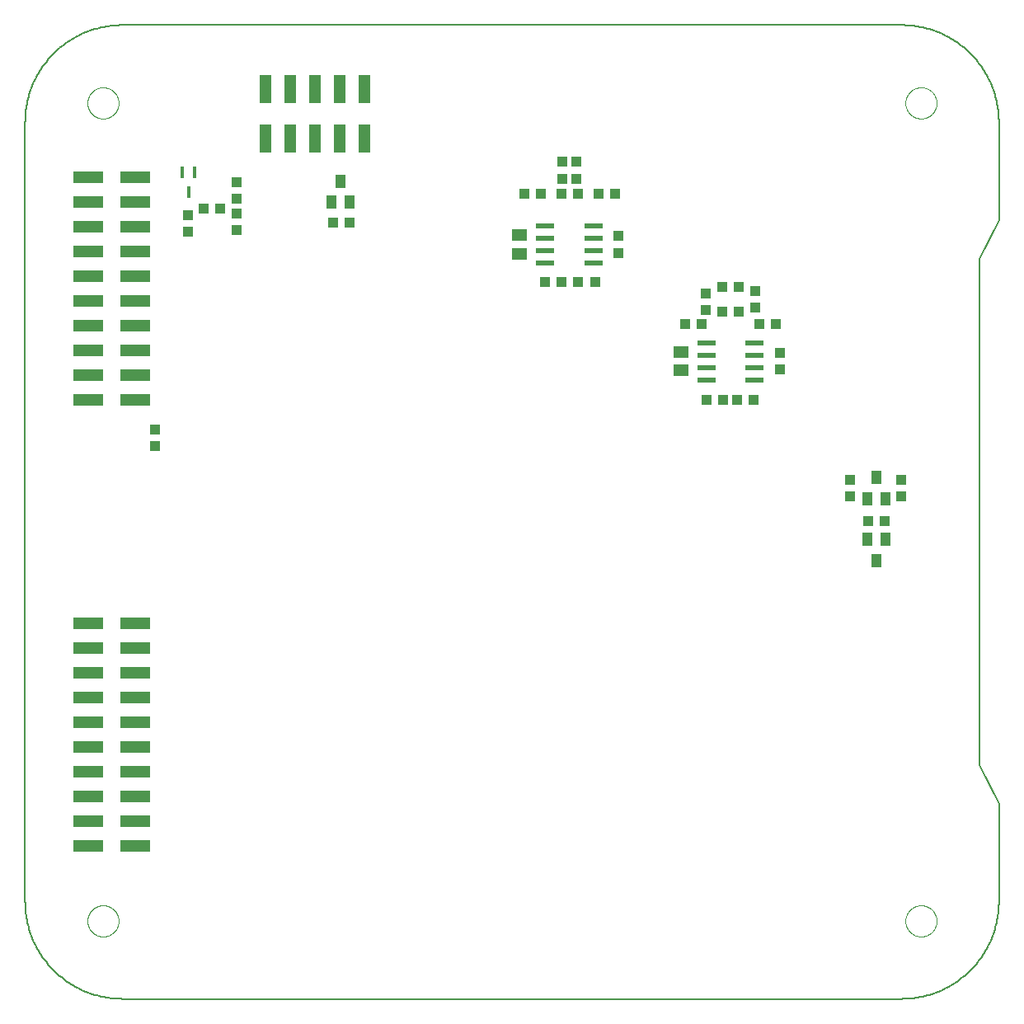
<source format=gbp>
G75*
%MOIN*%
%OFA0B0*%
%FSLAX25Y25*%
%IPPOS*%
%LPD*%
%AMOC8*
5,1,8,0,0,1.08239X$1,22.5*
%
%ADD10C,0.00600*%
%ADD11C,0.00000*%
%ADD12R,0.12000X0.05000*%
%ADD13R,0.05000X0.11500*%
%ADD14R,0.07800X0.02200*%
%ADD15R,0.04331X0.03937*%
%ADD16R,0.03937X0.04331*%
%ADD17R,0.05906X0.05118*%
%ADD18R,0.03937X0.05512*%
%ADD19R,0.01600X0.04600*%
D10*
X0073544Y0042166D02*
X0388505Y0042166D01*
X0389456Y0042177D01*
X0390407Y0042212D01*
X0391357Y0042269D01*
X0392305Y0042350D01*
X0393251Y0042453D01*
X0394194Y0042579D01*
X0395133Y0042728D01*
X0396069Y0042899D01*
X0397000Y0043094D01*
X0397927Y0043310D01*
X0398848Y0043549D01*
X0399763Y0043810D01*
X0400671Y0044093D01*
X0401572Y0044398D01*
X0402466Y0044724D01*
X0403351Y0045073D01*
X0404228Y0045442D01*
X0405096Y0045832D01*
X0405953Y0046244D01*
X0406801Y0046676D01*
X0407638Y0047128D01*
X0408464Y0047600D01*
X0409278Y0048092D01*
X0410080Y0048604D01*
X0410870Y0049135D01*
X0411646Y0049685D01*
X0412409Y0050253D01*
X0413158Y0050840D01*
X0413892Y0051445D01*
X0414612Y0052067D01*
X0415317Y0052707D01*
X0416005Y0053363D01*
X0416678Y0054036D01*
X0417334Y0054724D01*
X0417974Y0055429D01*
X0418596Y0056149D01*
X0419201Y0056883D01*
X0419788Y0057632D01*
X0420356Y0058395D01*
X0420906Y0059171D01*
X0421437Y0059961D01*
X0421949Y0060763D01*
X0422441Y0061577D01*
X0422913Y0062403D01*
X0423365Y0063240D01*
X0423797Y0064088D01*
X0424209Y0064945D01*
X0424599Y0065813D01*
X0424968Y0066690D01*
X0425317Y0067575D01*
X0425643Y0068469D01*
X0425948Y0069370D01*
X0426231Y0070278D01*
X0426492Y0071193D01*
X0426731Y0072114D01*
X0426947Y0073041D01*
X0427142Y0073972D01*
X0427313Y0074908D01*
X0427462Y0075847D01*
X0427588Y0076790D01*
X0427691Y0077736D01*
X0427772Y0078684D01*
X0427829Y0079634D01*
X0427864Y0080585D01*
X0427875Y0081536D01*
X0427875Y0120906D01*
X0420001Y0136654D01*
X0420001Y0341379D01*
X0427875Y0357127D01*
X0427875Y0396497D01*
X0427864Y0397448D01*
X0427829Y0398399D01*
X0427772Y0399349D01*
X0427691Y0400297D01*
X0427588Y0401243D01*
X0427462Y0402186D01*
X0427313Y0403125D01*
X0427142Y0404061D01*
X0426947Y0404992D01*
X0426731Y0405919D01*
X0426492Y0406840D01*
X0426231Y0407755D01*
X0425948Y0408663D01*
X0425643Y0409564D01*
X0425317Y0410458D01*
X0424968Y0411343D01*
X0424599Y0412220D01*
X0424209Y0413088D01*
X0423797Y0413945D01*
X0423365Y0414793D01*
X0422913Y0415630D01*
X0422441Y0416456D01*
X0421949Y0417270D01*
X0421437Y0418072D01*
X0420906Y0418862D01*
X0420356Y0419638D01*
X0419788Y0420401D01*
X0419201Y0421150D01*
X0418596Y0421884D01*
X0417974Y0422604D01*
X0417334Y0423309D01*
X0416678Y0423997D01*
X0416005Y0424670D01*
X0415317Y0425326D01*
X0414612Y0425966D01*
X0413892Y0426588D01*
X0413158Y0427193D01*
X0412409Y0427780D01*
X0411646Y0428348D01*
X0410870Y0428898D01*
X0410080Y0429429D01*
X0409278Y0429941D01*
X0408464Y0430433D01*
X0407638Y0430905D01*
X0406801Y0431357D01*
X0405953Y0431789D01*
X0405096Y0432201D01*
X0404228Y0432591D01*
X0403351Y0432960D01*
X0402466Y0433309D01*
X0401572Y0433635D01*
X0400671Y0433940D01*
X0399763Y0434223D01*
X0398848Y0434484D01*
X0397927Y0434723D01*
X0397000Y0434939D01*
X0396069Y0435134D01*
X0395133Y0435305D01*
X0394194Y0435454D01*
X0393251Y0435580D01*
X0392305Y0435683D01*
X0391357Y0435764D01*
X0390407Y0435821D01*
X0389456Y0435856D01*
X0388505Y0435867D01*
X0073544Y0435867D01*
X0072593Y0435856D01*
X0071642Y0435821D01*
X0070692Y0435764D01*
X0069744Y0435683D01*
X0068798Y0435580D01*
X0067855Y0435454D01*
X0066916Y0435305D01*
X0065980Y0435134D01*
X0065049Y0434939D01*
X0064122Y0434723D01*
X0063201Y0434484D01*
X0062286Y0434223D01*
X0061378Y0433940D01*
X0060477Y0433635D01*
X0059583Y0433309D01*
X0058698Y0432960D01*
X0057821Y0432591D01*
X0056953Y0432201D01*
X0056096Y0431789D01*
X0055248Y0431357D01*
X0054411Y0430905D01*
X0053585Y0430433D01*
X0052771Y0429941D01*
X0051969Y0429429D01*
X0051179Y0428898D01*
X0050403Y0428348D01*
X0049640Y0427780D01*
X0048891Y0427193D01*
X0048157Y0426588D01*
X0047437Y0425966D01*
X0046732Y0425326D01*
X0046044Y0424670D01*
X0045371Y0423997D01*
X0044715Y0423309D01*
X0044075Y0422604D01*
X0043453Y0421884D01*
X0042848Y0421150D01*
X0042261Y0420401D01*
X0041693Y0419638D01*
X0041143Y0418862D01*
X0040612Y0418072D01*
X0040100Y0417270D01*
X0039608Y0416456D01*
X0039136Y0415630D01*
X0038684Y0414793D01*
X0038252Y0413945D01*
X0037840Y0413088D01*
X0037450Y0412220D01*
X0037081Y0411343D01*
X0036732Y0410458D01*
X0036406Y0409564D01*
X0036101Y0408663D01*
X0035818Y0407755D01*
X0035557Y0406840D01*
X0035318Y0405919D01*
X0035102Y0404992D01*
X0034907Y0404061D01*
X0034736Y0403125D01*
X0034587Y0402186D01*
X0034461Y0401243D01*
X0034358Y0400297D01*
X0034277Y0399349D01*
X0034220Y0398399D01*
X0034185Y0397448D01*
X0034174Y0396497D01*
X0034174Y0081536D01*
X0034185Y0080585D01*
X0034220Y0079634D01*
X0034277Y0078684D01*
X0034358Y0077736D01*
X0034461Y0076790D01*
X0034587Y0075847D01*
X0034736Y0074908D01*
X0034907Y0073972D01*
X0035102Y0073041D01*
X0035318Y0072114D01*
X0035557Y0071193D01*
X0035818Y0070278D01*
X0036101Y0069370D01*
X0036406Y0068469D01*
X0036732Y0067575D01*
X0037081Y0066690D01*
X0037450Y0065813D01*
X0037840Y0064945D01*
X0038252Y0064088D01*
X0038684Y0063240D01*
X0039136Y0062403D01*
X0039608Y0061577D01*
X0040100Y0060763D01*
X0040612Y0059961D01*
X0041143Y0059171D01*
X0041693Y0058395D01*
X0042261Y0057632D01*
X0042848Y0056883D01*
X0043453Y0056149D01*
X0044075Y0055429D01*
X0044715Y0054724D01*
X0045371Y0054036D01*
X0046044Y0053363D01*
X0046732Y0052707D01*
X0047437Y0052067D01*
X0048157Y0051445D01*
X0048891Y0050840D01*
X0049640Y0050253D01*
X0050403Y0049685D01*
X0051179Y0049135D01*
X0051969Y0048604D01*
X0052771Y0048092D01*
X0053585Y0047600D01*
X0054411Y0047128D01*
X0055248Y0046676D01*
X0056096Y0046244D01*
X0056953Y0045832D01*
X0057821Y0045442D01*
X0058698Y0045073D01*
X0059583Y0044724D01*
X0060477Y0044398D01*
X0061378Y0044093D01*
X0062286Y0043810D01*
X0063201Y0043549D01*
X0064122Y0043310D01*
X0065049Y0043094D01*
X0065980Y0042899D01*
X0066916Y0042728D01*
X0067855Y0042579D01*
X0068798Y0042453D01*
X0069744Y0042350D01*
X0070692Y0042269D01*
X0071642Y0042212D01*
X0072593Y0042177D01*
X0073544Y0042166D01*
D11*
X0059371Y0073662D02*
X0059373Y0073820D01*
X0059379Y0073978D01*
X0059389Y0074136D01*
X0059403Y0074294D01*
X0059421Y0074451D01*
X0059442Y0074608D01*
X0059468Y0074764D01*
X0059498Y0074920D01*
X0059531Y0075075D01*
X0059569Y0075228D01*
X0059610Y0075381D01*
X0059655Y0075533D01*
X0059704Y0075684D01*
X0059757Y0075833D01*
X0059813Y0075981D01*
X0059873Y0076127D01*
X0059937Y0076272D01*
X0060005Y0076415D01*
X0060076Y0076557D01*
X0060150Y0076697D01*
X0060228Y0076834D01*
X0060310Y0076970D01*
X0060394Y0077104D01*
X0060483Y0077235D01*
X0060574Y0077364D01*
X0060669Y0077491D01*
X0060766Y0077616D01*
X0060867Y0077738D01*
X0060971Y0077857D01*
X0061078Y0077974D01*
X0061188Y0078088D01*
X0061301Y0078199D01*
X0061416Y0078308D01*
X0061534Y0078413D01*
X0061655Y0078515D01*
X0061778Y0078615D01*
X0061904Y0078711D01*
X0062032Y0078804D01*
X0062162Y0078894D01*
X0062295Y0078980D01*
X0062430Y0079064D01*
X0062566Y0079143D01*
X0062705Y0079220D01*
X0062846Y0079292D01*
X0062988Y0079362D01*
X0063132Y0079427D01*
X0063278Y0079489D01*
X0063425Y0079547D01*
X0063574Y0079602D01*
X0063724Y0079653D01*
X0063875Y0079700D01*
X0064027Y0079743D01*
X0064180Y0079782D01*
X0064335Y0079818D01*
X0064490Y0079849D01*
X0064646Y0079877D01*
X0064802Y0079901D01*
X0064959Y0079921D01*
X0065117Y0079937D01*
X0065274Y0079949D01*
X0065433Y0079957D01*
X0065591Y0079961D01*
X0065749Y0079961D01*
X0065907Y0079957D01*
X0066066Y0079949D01*
X0066223Y0079937D01*
X0066381Y0079921D01*
X0066538Y0079901D01*
X0066694Y0079877D01*
X0066850Y0079849D01*
X0067005Y0079818D01*
X0067160Y0079782D01*
X0067313Y0079743D01*
X0067465Y0079700D01*
X0067616Y0079653D01*
X0067766Y0079602D01*
X0067915Y0079547D01*
X0068062Y0079489D01*
X0068208Y0079427D01*
X0068352Y0079362D01*
X0068494Y0079292D01*
X0068635Y0079220D01*
X0068774Y0079143D01*
X0068910Y0079064D01*
X0069045Y0078980D01*
X0069178Y0078894D01*
X0069308Y0078804D01*
X0069436Y0078711D01*
X0069562Y0078615D01*
X0069685Y0078515D01*
X0069806Y0078413D01*
X0069924Y0078308D01*
X0070039Y0078199D01*
X0070152Y0078088D01*
X0070262Y0077974D01*
X0070369Y0077857D01*
X0070473Y0077738D01*
X0070574Y0077616D01*
X0070671Y0077491D01*
X0070766Y0077364D01*
X0070857Y0077235D01*
X0070946Y0077104D01*
X0071030Y0076970D01*
X0071112Y0076834D01*
X0071190Y0076697D01*
X0071264Y0076557D01*
X0071335Y0076415D01*
X0071403Y0076272D01*
X0071467Y0076127D01*
X0071527Y0075981D01*
X0071583Y0075833D01*
X0071636Y0075684D01*
X0071685Y0075533D01*
X0071730Y0075381D01*
X0071771Y0075228D01*
X0071809Y0075075D01*
X0071842Y0074920D01*
X0071872Y0074764D01*
X0071898Y0074608D01*
X0071919Y0074451D01*
X0071937Y0074294D01*
X0071951Y0074136D01*
X0071961Y0073978D01*
X0071967Y0073820D01*
X0071969Y0073662D01*
X0071967Y0073504D01*
X0071961Y0073346D01*
X0071951Y0073188D01*
X0071937Y0073030D01*
X0071919Y0072873D01*
X0071898Y0072716D01*
X0071872Y0072560D01*
X0071842Y0072404D01*
X0071809Y0072249D01*
X0071771Y0072096D01*
X0071730Y0071943D01*
X0071685Y0071791D01*
X0071636Y0071640D01*
X0071583Y0071491D01*
X0071527Y0071343D01*
X0071467Y0071197D01*
X0071403Y0071052D01*
X0071335Y0070909D01*
X0071264Y0070767D01*
X0071190Y0070627D01*
X0071112Y0070490D01*
X0071030Y0070354D01*
X0070946Y0070220D01*
X0070857Y0070089D01*
X0070766Y0069960D01*
X0070671Y0069833D01*
X0070574Y0069708D01*
X0070473Y0069586D01*
X0070369Y0069467D01*
X0070262Y0069350D01*
X0070152Y0069236D01*
X0070039Y0069125D01*
X0069924Y0069016D01*
X0069806Y0068911D01*
X0069685Y0068809D01*
X0069562Y0068709D01*
X0069436Y0068613D01*
X0069308Y0068520D01*
X0069178Y0068430D01*
X0069045Y0068344D01*
X0068910Y0068260D01*
X0068774Y0068181D01*
X0068635Y0068104D01*
X0068494Y0068032D01*
X0068352Y0067962D01*
X0068208Y0067897D01*
X0068062Y0067835D01*
X0067915Y0067777D01*
X0067766Y0067722D01*
X0067616Y0067671D01*
X0067465Y0067624D01*
X0067313Y0067581D01*
X0067160Y0067542D01*
X0067005Y0067506D01*
X0066850Y0067475D01*
X0066694Y0067447D01*
X0066538Y0067423D01*
X0066381Y0067403D01*
X0066223Y0067387D01*
X0066066Y0067375D01*
X0065907Y0067367D01*
X0065749Y0067363D01*
X0065591Y0067363D01*
X0065433Y0067367D01*
X0065274Y0067375D01*
X0065117Y0067387D01*
X0064959Y0067403D01*
X0064802Y0067423D01*
X0064646Y0067447D01*
X0064490Y0067475D01*
X0064335Y0067506D01*
X0064180Y0067542D01*
X0064027Y0067581D01*
X0063875Y0067624D01*
X0063724Y0067671D01*
X0063574Y0067722D01*
X0063425Y0067777D01*
X0063278Y0067835D01*
X0063132Y0067897D01*
X0062988Y0067962D01*
X0062846Y0068032D01*
X0062705Y0068104D01*
X0062566Y0068181D01*
X0062430Y0068260D01*
X0062295Y0068344D01*
X0062162Y0068430D01*
X0062032Y0068520D01*
X0061904Y0068613D01*
X0061778Y0068709D01*
X0061655Y0068809D01*
X0061534Y0068911D01*
X0061416Y0069016D01*
X0061301Y0069125D01*
X0061188Y0069236D01*
X0061078Y0069350D01*
X0060971Y0069467D01*
X0060867Y0069586D01*
X0060766Y0069708D01*
X0060669Y0069833D01*
X0060574Y0069960D01*
X0060483Y0070089D01*
X0060394Y0070220D01*
X0060310Y0070354D01*
X0060228Y0070490D01*
X0060150Y0070627D01*
X0060076Y0070767D01*
X0060005Y0070909D01*
X0059937Y0071052D01*
X0059873Y0071197D01*
X0059813Y0071343D01*
X0059757Y0071491D01*
X0059704Y0071640D01*
X0059655Y0071791D01*
X0059610Y0071943D01*
X0059569Y0072096D01*
X0059531Y0072249D01*
X0059498Y0072404D01*
X0059468Y0072560D01*
X0059442Y0072716D01*
X0059421Y0072873D01*
X0059403Y0073030D01*
X0059389Y0073188D01*
X0059379Y0073346D01*
X0059373Y0073504D01*
X0059371Y0073662D01*
X0059371Y0404371D02*
X0059373Y0404529D01*
X0059379Y0404687D01*
X0059389Y0404845D01*
X0059403Y0405003D01*
X0059421Y0405160D01*
X0059442Y0405317D01*
X0059468Y0405473D01*
X0059498Y0405629D01*
X0059531Y0405784D01*
X0059569Y0405937D01*
X0059610Y0406090D01*
X0059655Y0406242D01*
X0059704Y0406393D01*
X0059757Y0406542D01*
X0059813Y0406690D01*
X0059873Y0406836D01*
X0059937Y0406981D01*
X0060005Y0407124D01*
X0060076Y0407266D01*
X0060150Y0407406D01*
X0060228Y0407543D01*
X0060310Y0407679D01*
X0060394Y0407813D01*
X0060483Y0407944D01*
X0060574Y0408073D01*
X0060669Y0408200D01*
X0060766Y0408325D01*
X0060867Y0408447D01*
X0060971Y0408566D01*
X0061078Y0408683D01*
X0061188Y0408797D01*
X0061301Y0408908D01*
X0061416Y0409017D01*
X0061534Y0409122D01*
X0061655Y0409224D01*
X0061778Y0409324D01*
X0061904Y0409420D01*
X0062032Y0409513D01*
X0062162Y0409603D01*
X0062295Y0409689D01*
X0062430Y0409773D01*
X0062566Y0409852D01*
X0062705Y0409929D01*
X0062846Y0410001D01*
X0062988Y0410071D01*
X0063132Y0410136D01*
X0063278Y0410198D01*
X0063425Y0410256D01*
X0063574Y0410311D01*
X0063724Y0410362D01*
X0063875Y0410409D01*
X0064027Y0410452D01*
X0064180Y0410491D01*
X0064335Y0410527D01*
X0064490Y0410558D01*
X0064646Y0410586D01*
X0064802Y0410610D01*
X0064959Y0410630D01*
X0065117Y0410646D01*
X0065274Y0410658D01*
X0065433Y0410666D01*
X0065591Y0410670D01*
X0065749Y0410670D01*
X0065907Y0410666D01*
X0066066Y0410658D01*
X0066223Y0410646D01*
X0066381Y0410630D01*
X0066538Y0410610D01*
X0066694Y0410586D01*
X0066850Y0410558D01*
X0067005Y0410527D01*
X0067160Y0410491D01*
X0067313Y0410452D01*
X0067465Y0410409D01*
X0067616Y0410362D01*
X0067766Y0410311D01*
X0067915Y0410256D01*
X0068062Y0410198D01*
X0068208Y0410136D01*
X0068352Y0410071D01*
X0068494Y0410001D01*
X0068635Y0409929D01*
X0068774Y0409852D01*
X0068910Y0409773D01*
X0069045Y0409689D01*
X0069178Y0409603D01*
X0069308Y0409513D01*
X0069436Y0409420D01*
X0069562Y0409324D01*
X0069685Y0409224D01*
X0069806Y0409122D01*
X0069924Y0409017D01*
X0070039Y0408908D01*
X0070152Y0408797D01*
X0070262Y0408683D01*
X0070369Y0408566D01*
X0070473Y0408447D01*
X0070574Y0408325D01*
X0070671Y0408200D01*
X0070766Y0408073D01*
X0070857Y0407944D01*
X0070946Y0407813D01*
X0071030Y0407679D01*
X0071112Y0407543D01*
X0071190Y0407406D01*
X0071264Y0407266D01*
X0071335Y0407124D01*
X0071403Y0406981D01*
X0071467Y0406836D01*
X0071527Y0406690D01*
X0071583Y0406542D01*
X0071636Y0406393D01*
X0071685Y0406242D01*
X0071730Y0406090D01*
X0071771Y0405937D01*
X0071809Y0405784D01*
X0071842Y0405629D01*
X0071872Y0405473D01*
X0071898Y0405317D01*
X0071919Y0405160D01*
X0071937Y0405003D01*
X0071951Y0404845D01*
X0071961Y0404687D01*
X0071967Y0404529D01*
X0071969Y0404371D01*
X0071967Y0404213D01*
X0071961Y0404055D01*
X0071951Y0403897D01*
X0071937Y0403739D01*
X0071919Y0403582D01*
X0071898Y0403425D01*
X0071872Y0403269D01*
X0071842Y0403113D01*
X0071809Y0402958D01*
X0071771Y0402805D01*
X0071730Y0402652D01*
X0071685Y0402500D01*
X0071636Y0402349D01*
X0071583Y0402200D01*
X0071527Y0402052D01*
X0071467Y0401906D01*
X0071403Y0401761D01*
X0071335Y0401618D01*
X0071264Y0401476D01*
X0071190Y0401336D01*
X0071112Y0401199D01*
X0071030Y0401063D01*
X0070946Y0400929D01*
X0070857Y0400798D01*
X0070766Y0400669D01*
X0070671Y0400542D01*
X0070574Y0400417D01*
X0070473Y0400295D01*
X0070369Y0400176D01*
X0070262Y0400059D01*
X0070152Y0399945D01*
X0070039Y0399834D01*
X0069924Y0399725D01*
X0069806Y0399620D01*
X0069685Y0399518D01*
X0069562Y0399418D01*
X0069436Y0399322D01*
X0069308Y0399229D01*
X0069178Y0399139D01*
X0069045Y0399053D01*
X0068910Y0398969D01*
X0068774Y0398890D01*
X0068635Y0398813D01*
X0068494Y0398741D01*
X0068352Y0398671D01*
X0068208Y0398606D01*
X0068062Y0398544D01*
X0067915Y0398486D01*
X0067766Y0398431D01*
X0067616Y0398380D01*
X0067465Y0398333D01*
X0067313Y0398290D01*
X0067160Y0398251D01*
X0067005Y0398215D01*
X0066850Y0398184D01*
X0066694Y0398156D01*
X0066538Y0398132D01*
X0066381Y0398112D01*
X0066223Y0398096D01*
X0066066Y0398084D01*
X0065907Y0398076D01*
X0065749Y0398072D01*
X0065591Y0398072D01*
X0065433Y0398076D01*
X0065274Y0398084D01*
X0065117Y0398096D01*
X0064959Y0398112D01*
X0064802Y0398132D01*
X0064646Y0398156D01*
X0064490Y0398184D01*
X0064335Y0398215D01*
X0064180Y0398251D01*
X0064027Y0398290D01*
X0063875Y0398333D01*
X0063724Y0398380D01*
X0063574Y0398431D01*
X0063425Y0398486D01*
X0063278Y0398544D01*
X0063132Y0398606D01*
X0062988Y0398671D01*
X0062846Y0398741D01*
X0062705Y0398813D01*
X0062566Y0398890D01*
X0062430Y0398969D01*
X0062295Y0399053D01*
X0062162Y0399139D01*
X0062032Y0399229D01*
X0061904Y0399322D01*
X0061778Y0399418D01*
X0061655Y0399518D01*
X0061534Y0399620D01*
X0061416Y0399725D01*
X0061301Y0399834D01*
X0061188Y0399945D01*
X0061078Y0400059D01*
X0060971Y0400176D01*
X0060867Y0400295D01*
X0060766Y0400417D01*
X0060669Y0400542D01*
X0060574Y0400669D01*
X0060483Y0400798D01*
X0060394Y0400929D01*
X0060310Y0401063D01*
X0060228Y0401199D01*
X0060150Y0401336D01*
X0060076Y0401476D01*
X0060005Y0401618D01*
X0059937Y0401761D01*
X0059873Y0401906D01*
X0059813Y0402052D01*
X0059757Y0402200D01*
X0059704Y0402349D01*
X0059655Y0402500D01*
X0059610Y0402652D01*
X0059569Y0402805D01*
X0059531Y0402958D01*
X0059498Y0403113D01*
X0059468Y0403269D01*
X0059442Y0403425D01*
X0059421Y0403582D01*
X0059403Y0403739D01*
X0059389Y0403897D01*
X0059379Y0404055D01*
X0059373Y0404213D01*
X0059371Y0404371D01*
X0390080Y0404371D02*
X0390082Y0404529D01*
X0390088Y0404687D01*
X0390098Y0404845D01*
X0390112Y0405003D01*
X0390130Y0405160D01*
X0390151Y0405317D01*
X0390177Y0405473D01*
X0390207Y0405629D01*
X0390240Y0405784D01*
X0390278Y0405937D01*
X0390319Y0406090D01*
X0390364Y0406242D01*
X0390413Y0406393D01*
X0390466Y0406542D01*
X0390522Y0406690D01*
X0390582Y0406836D01*
X0390646Y0406981D01*
X0390714Y0407124D01*
X0390785Y0407266D01*
X0390859Y0407406D01*
X0390937Y0407543D01*
X0391019Y0407679D01*
X0391103Y0407813D01*
X0391192Y0407944D01*
X0391283Y0408073D01*
X0391378Y0408200D01*
X0391475Y0408325D01*
X0391576Y0408447D01*
X0391680Y0408566D01*
X0391787Y0408683D01*
X0391897Y0408797D01*
X0392010Y0408908D01*
X0392125Y0409017D01*
X0392243Y0409122D01*
X0392364Y0409224D01*
X0392487Y0409324D01*
X0392613Y0409420D01*
X0392741Y0409513D01*
X0392871Y0409603D01*
X0393004Y0409689D01*
X0393139Y0409773D01*
X0393275Y0409852D01*
X0393414Y0409929D01*
X0393555Y0410001D01*
X0393697Y0410071D01*
X0393841Y0410136D01*
X0393987Y0410198D01*
X0394134Y0410256D01*
X0394283Y0410311D01*
X0394433Y0410362D01*
X0394584Y0410409D01*
X0394736Y0410452D01*
X0394889Y0410491D01*
X0395044Y0410527D01*
X0395199Y0410558D01*
X0395355Y0410586D01*
X0395511Y0410610D01*
X0395668Y0410630D01*
X0395826Y0410646D01*
X0395983Y0410658D01*
X0396142Y0410666D01*
X0396300Y0410670D01*
X0396458Y0410670D01*
X0396616Y0410666D01*
X0396775Y0410658D01*
X0396932Y0410646D01*
X0397090Y0410630D01*
X0397247Y0410610D01*
X0397403Y0410586D01*
X0397559Y0410558D01*
X0397714Y0410527D01*
X0397869Y0410491D01*
X0398022Y0410452D01*
X0398174Y0410409D01*
X0398325Y0410362D01*
X0398475Y0410311D01*
X0398624Y0410256D01*
X0398771Y0410198D01*
X0398917Y0410136D01*
X0399061Y0410071D01*
X0399203Y0410001D01*
X0399344Y0409929D01*
X0399483Y0409852D01*
X0399619Y0409773D01*
X0399754Y0409689D01*
X0399887Y0409603D01*
X0400017Y0409513D01*
X0400145Y0409420D01*
X0400271Y0409324D01*
X0400394Y0409224D01*
X0400515Y0409122D01*
X0400633Y0409017D01*
X0400748Y0408908D01*
X0400861Y0408797D01*
X0400971Y0408683D01*
X0401078Y0408566D01*
X0401182Y0408447D01*
X0401283Y0408325D01*
X0401380Y0408200D01*
X0401475Y0408073D01*
X0401566Y0407944D01*
X0401655Y0407813D01*
X0401739Y0407679D01*
X0401821Y0407543D01*
X0401899Y0407406D01*
X0401973Y0407266D01*
X0402044Y0407124D01*
X0402112Y0406981D01*
X0402176Y0406836D01*
X0402236Y0406690D01*
X0402292Y0406542D01*
X0402345Y0406393D01*
X0402394Y0406242D01*
X0402439Y0406090D01*
X0402480Y0405937D01*
X0402518Y0405784D01*
X0402551Y0405629D01*
X0402581Y0405473D01*
X0402607Y0405317D01*
X0402628Y0405160D01*
X0402646Y0405003D01*
X0402660Y0404845D01*
X0402670Y0404687D01*
X0402676Y0404529D01*
X0402678Y0404371D01*
X0402676Y0404213D01*
X0402670Y0404055D01*
X0402660Y0403897D01*
X0402646Y0403739D01*
X0402628Y0403582D01*
X0402607Y0403425D01*
X0402581Y0403269D01*
X0402551Y0403113D01*
X0402518Y0402958D01*
X0402480Y0402805D01*
X0402439Y0402652D01*
X0402394Y0402500D01*
X0402345Y0402349D01*
X0402292Y0402200D01*
X0402236Y0402052D01*
X0402176Y0401906D01*
X0402112Y0401761D01*
X0402044Y0401618D01*
X0401973Y0401476D01*
X0401899Y0401336D01*
X0401821Y0401199D01*
X0401739Y0401063D01*
X0401655Y0400929D01*
X0401566Y0400798D01*
X0401475Y0400669D01*
X0401380Y0400542D01*
X0401283Y0400417D01*
X0401182Y0400295D01*
X0401078Y0400176D01*
X0400971Y0400059D01*
X0400861Y0399945D01*
X0400748Y0399834D01*
X0400633Y0399725D01*
X0400515Y0399620D01*
X0400394Y0399518D01*
X0400271Y0399418D01*
X0400145Y0399322D01*
X0400017Y0399229D01*
X0399887Y0399139D01*
X0399754Y0399053D01*
X0399619Y0398969D01*
X0399483Y0398890D01*
X0399344Y0398813D01*
X0399203Y0398741D01*
X0399061Y0398671D01*
X0398917Y0398606D01*
X0398771Y0398544D01*
X0398624Y0398486D01*
X0398475Y0398431D01*
X0398325Y0398380D01*
X0398174Y0398333D01*
X0398022Y0398290D01*
X0397869Y0398251D01*
X0397714Y0398215D01*
X0397559Y0398184D01*
X0397403Y0398156D01*
X0397247Y0398132D01*
X0397090Y0398112D01*
X0396932Y0398096D01*
X0396775Y0398084D01*
X0396616Y0398076D01*
X0396458Y0398072D01*
X0396300Y0398072D01*
X0396142Y0398076D01*
X0395983Y0398084D01*
X0395826Y0398096D01*
X0395668Y0398112D01*
X0395511Y0398132D01*
X0395355Y0398156D01*
X0395199Y0398184D01*
X0395044Y0398215D01*
X0394889Y0398251D01*
X0394736Y0398290D01*
X0394584Y0398333D01*
X0394433Y0398380D01*
X0394283Y0398431D01*
X0394134Y0398486D01*
X0393987Y0398544D01*
X0393841Y0398606D01*
X0393697Y0398671D01*
X0393555Y0398741D01*
X0393414Y0398813D01*
X0393275Y0398890D01*
X0393139Y0398969D01*
X0393004Y0399053D01*
X0392871Y0399139D01*
X0392741Y0399229D01*
X0392613Y0399322D01*
X0392487Y0399418D01*
X0392364Y0399518D01*
X0392243Y0399620D01*
X0392125Y0399725D01*
X0392010Y0399834D01*
X0391897Y0399945D01*
X0391787Y0400059D01*
X0391680Y0400176D01*
X0391576Y0400295D01*
X0391475Y0400417D01*
X0391378Y0400542D01*
X0391283Y0400669D01*
X0391192Y0400798D01*
X0391103Y0400929D01*
X0391019Y0401063D01*
X0390937Y0401199D01*
X0390859Y0401336D01*
X0390785Y0401476D01*
X0390714Y0401618D01*
X0390646Y0401761D01*
X0390582Y0401906D01*
X0390522Y0402052D01*
X0390466Y0402200D01*
X0390413Y0402349D01*
X0390364Y0402500D01*
X0390319Y0402652D01*
X0390278Y0402805D01*
X0390240Y0402958D01*
X0390207Y0403113D01*
X0390177Y0403269D01*
X0390151Y0403425D01*
X0390130Y0403582D01*
X0390112Y0403739D01*
X0390098Y0403897D01*
X0390088Y0404055D01*
X0390082Y0404213D01*
X0390080Y0404371D01*
X0390080Y0073662D02*
X0390082Y0073820D01*
X0390088Y0073978D01*
X0390098Y0074136D01*
X0390112Y0074294D01*
X0390130Y0074451D01*
X0390151Y0074608D01*
X0390177Y0074764D01*
X0390207Y0074920D01*
X0390240Y0075075D01*
X0390278Y0075228D01*
X0390319Y0075381D01*
X0390364Y0075533D01*
X0390413Y0075684D01*
X0390466Y0075833D01*
X0390522Y0075981D01*
X0390582Y0076127D01*
X0390646Y0076272D01*
X0390714Y0076415D01*
X0390785Y0076557D01*
X0390859Y0076697D01*
X0390937Y0076834D01*
X0391019Y0076970D01*
X0391103Y0077104D01*
X0391192Y0077235D01*
X0391283Y0077364D01*
X0391378Y0077491D01*
X0391475Y0077616D01*
X0391576Y0077738D01*
X0391680Y0077857D01*
X0391787Y0077974D01*
X0391897Y0078088D01*
X0392010Y0078199D01*
X0392125Y0078308D01*
X0392243Y0078413D01*
X0392364Y0078515D01*
X0392487Y0078615D01*
X0392613Y0078711D01*
X0392741Y0078804D01*
X0392871Y0078894D01*
X0393004Y0078980D01*
X0393139Y0079064D01*
X0393275Y0079143D01*
X0393414Y0079220D01*
X0393555Y0079292D01*
X0393697Y0079362D01*
X0393841Y0079427D01*
X0393987Y0079489D01*
X0394134Y0079547D01*
X0394283Y0079602D01*
X0394433Y0079653D01*
X0394584Y0079700D01*
X0394736Y0079743D01*
X0394889Y0079782D01*
X0395044Y0079818D01*
X0395199Y0079849D01*
X0395355Y0079877D01*
X0395511Y0079901D01*
X0395668Y0079921D01*
X0395826Y0079937D01*
X0395983Y0079949D01*
X0396142Y0079957D01*
X0396300Y0079961D01*
X0396458Y0079961D01*
X0396616Y0079957D01*
X0396775Y0079949D01*
X0396932Y0079937D01*
X0397090Y0079921D01*
X0397247Y0079901D01*
X0397403Y0079877D01*
X0397559Y0079849D01*
X0397714Y0079818D01*
X0397869Y0079782D01*
X0398022Y0079743D01*
X0398174Y0079700D01*
X0398325Y0079653D01*
X0398475Y0079602D01*
X0398624Y0079547D01*
X0398771Y0079489D01*
X0398917Y0079427D01*
X0399061Y0079362D01*
X0399203Y0079292D01*
X0399344Y0079220D01*
X0399483Y0079143D01*
X0399619Y0079064D01*
X0399754Y0078980D01*
X0399887Y0078894D01*
X0400017Y0078804D01*
X0400145Y0078711D01*
X0400271Y0078615D01*
X0400394Y0078515D01*
X0400515Y0078413D01*
X0400633Y0078308D01*
X0400748Y0078199D01*
X0400861Y0078088D01*
X0400971Y0077974D01*
X0401078Y0077857D01*
X0401182Y0077738D01*
X0401283Y0077616D01*
X0401380Y0077491D01*
X0401475Y0077364D01*
X0401566Y0077235D01*
X0401655Y0077104D01*
X0401739Y0076970D01*
X0401821Y0076834D01*
X0401899Y0076697D01*
X0401973Y0076557D01*
X0402044Y0076415D01*
X0402112Y0076272D01*
X0402176Y0076127D01*
X0402236Y0075981D01*
X0402292Y0075833D01*
X0402345Y0075684D01*
X0402394Y0075533D01*
X0402439Y0075381D01*
X0402480Y0075228D01*
X0402518Y0075075D01*
X0402551Y0074920D01*
X0402581Y0074764D01*
X0402607Y0074608D01*
X0402628Y0074451D01*
X0402646Y0074294D01*
X0402660Y0074136D01*
X0402670Y0073978D01*
X0402676Y0073820D01*
X0402678Y0073662D01*
X0402676Y0073504D01*
X0402670Y0073346D01*
X0402660Y0073188D01*
X0402646Y0073030D01*
X0402628Y0072873D01*
X0402607Y0072716D01*
X0402581Y0072560D01*
X0402551Y0072404D01*
X0402518Y0072249D01*
X0402480Y0072096D01*
X0402439Y0071943D01*
X0402394Y0071791D01*
X0402345Y0071640D01*
X0402292Y0071491D01*
X0402236Y0071343D01*
X0402176Y0071197D01*
X0402112Y0071052D01*
X0402044Y0070909D01*
X0401973Y0070767D01*
X0401899Y0070627D01*
X0401821Y0070490D01*
X0401739Y0070354D01*
X0401655Y0070220D01*
X0401566Y0070089D01*
X0401475Y0069960D01*
X0401380Y0069833D01*
X0401283Y0069708D01*
X0401182Y0069586D01*
X0401078Y0069467D01*
X0400971Y0069350D01*
X0400861Y0069236D01*
X0400748Y0069125D01*
X0400633Y0069016D01*
X0400515Y0068911D01*
X0400394Y0068809D01*
X0400271Y0068709D01*
X0400145Y0068613D01*
X0400017Y0068520D01*
X0399887Y0068430D01*
X0399754Y0068344D01*
X0399619Y0068260D01*
X0399483Y0068181D01*
X0399344Y0068104D01*
X0399203Y0068032D01*
X0399061Y0067962D01*
X0398917Y0067897D01*
X0398771Y0067835D01*
X0398624Y0067777D01*
X0398475Y0067722D01*
X0398325Y0067671D01*
X0398174Y0067624D01*
X0398022Y0067581D01*
X0397869Y0067542D01*
X0397714Y0067506D01*
X0397559Y0067475D01*
X0397403Y0067447D01*
X0397247Y0067423D01*
X0397090Y0067403D01*
X0396932Y0067387D01*
X0396775Y0067375D01*
X0396616Y0067367D01*
X0396458Y0067363D01*
X0396300Y0067363D01*
X0396142Y0067367D01*
X0395983Y0067375D01*
X0395826Y0067387D01*
X0395668Y0067403D01*
X0395511Y0067423D01*
X0395355Y0067447D01*
X0395199Y0067475D01*
X0395044Y0067506D01*
X0394889Y0067542D01*
X0394736Y0067581D01*
X0394584Y0067624D01*
X0394433Y0067671D01*
X0394283Y0067722D01*
X0394134Y0067777D01*
X0393987Y0067835D01*
X0393841Y0067897D01*
X0393697Y0067962D01*
X0393555Y0068032D01*
X0393414Y0068104D01*
X0393275Y0068181D01*
X0393139Y0068260D01*
X0393004Y0068344D01*
X0392871Y0068430D01*
X0392741Y0068520D01*
X0392613Y0068613D01*
X0392487Y0068709D01*
X0392364Y0068809D01*
X0392243Y0068911D01*
X0392125Y0069016D01*
X0392010Y0069125D01*
X0391897Y0069236D01*
X0391787Y0069350D01*
X0391680Y0069467D01*
X0391576Y0069586D01*
X0391475Y0069708D01*
X0391378Y0069833D01*
X0391283Y0069960D01*
X0391192Y0070089D01*
X0391103Y0070220D01*
X0391019Y0070354D01*
X0390937Y0070490D01*
X0390859Y0070627D01*
X0390785Y0070767D01*
X0390714Y0070909D01*
X0390646Y0071052D01*
X0390582Y0071197D01*
X0390522Y0071343D01*
X0390466Y0071491D01*
X0390413Y0071640D01*
X0390364Y0071791D01*
X0390319Y0071943D01*
X0390278Y0072096D01*
X0390240Y0072249D01*
X0390207Y0072404D01*
X0390177Y0072560D01*
X0390151Y0072716D01*
X0390130Y0072873D01*
X0390112Y0073030D01*
X0390098Y0073188D01*
X0390088Y0073346D01*
X0390082Y0073504D01*
X0390080Y0073662D01*
D12*
X0078674Y0104056D03*
X0078674Y0114056D03*
X0078674Y0124056D03*
X0078674Y0134056D03*
X0078674Y0144056D03*
X0078674Y0154056D03*
X0078674Y0164056D03*
X0078674Y0174056D03*
X0078674Y0184056D03*
X0078674Y0194056D03*
X0059674Y0194056D03*
X0059674Y0184056D03*
X0059674Y0174056D03*
X0059674Y0164056D03*
X0059674Y0154056D03*
X0059674Y0144056D03*
X0059674Y0134056D03*
X0059674Y0124056D03*
X0059674Y0114056D03*
X0059674Y0104056D03*
X0059674Y0284269D03*
X0059674Y0294269D03*
X0059674Y0304269D03*
X0059674Y0314269D03*
X0059674Y0324269D03*
X0059674Y0334269D03*
X0059674Y0344269D03*
X0059674Y0354269D03*
X0059674Y0364269D03*
X0059674Y0374269D03*
X0078674Y0374269D03*
X0078674Y0364269D03*
X0078674Y0354269D03*
X0078674Y0344269D03*
X0078674Y0334269D03*
X0078674Y0324269D03*
X0078674Y0314269D03*
X0078674Y0304269D03*
X0078674Y0294269D03*
X0078674Y0284269D03*
D13*
X0131308Y0389876D03*
X0141308Y0389876D03*
X0151308Y0389876D03*
X0161308Y0389876D03*
X0171308Y0389876D03*
X0171308Y0410126D03*
X0161308Y0410126D03*
X0151308Y0410126D03*
X0141308Y0410126D03*
X0131308Y0410126D03*
D14*
X0244474Y0354666D03*
X0244474Y0349666D03*
X0244474Y0344666D03*
X0244474Y0339666D03*
X0263874Y0339666D03*
X0263874Y0344666D03*
X0263874Y0349666D03*
X0263874Y0354666D03*
X0309710Y0307422D03*
X0309710Y0302422D03*
X0309710Y0297422D03*
X0309710Y0292422D03*
X0329110Y0292422D03*
X0329110Y0297422D03*
X0329110Y0302422D03*
X0329110Y0307422D03*
D15*
X0331064Y0314922D03*
X0337757Y0314922D03*
X0329410Y0321576D03*
X0322757Y0319922D03*
X0316064Y0319922D03*
X0309410Y0320576D03*
X0307757Y0314922D03*
X0301064Y0314922D03*
X0309410Y0327269D03*
X0329410Y0328269D03*
X0328757Y0284422D03*
X0322064Y0284422D03*
X0367808Y0252127D03*
X0367808Y0245434D03*
X0388308Y0245434D03*
X0388308Y0252127D03*
X0272678Y0367717D03*
X0265985Y0367717D03*
X0257678Y0367717D03*
X0250985Y0367717D03*
X0251300Y0373820D03*
X0257048Y0373820D03*
X0257048Y0380513D03*
X0251300Y0380513D03*
X0242678Y0367717D03*
X0235985Y0367717D03*
X0257828Y0332166D03*
X0264520Y0332166D03*
X0119847Y0352843D03*
X0119847Y0359536D03*
X0119694Y0365595D03*
X0119694Y0372288D03*
D16*
X0112914Y0361654D03*
X0106221Y0361654D03*
X0099922Y0358977D03*
X0099922Y0352284D03*
X0158591Y0356162D03*
X0165284Y0356162D03*
X0244328Y0332166D03*
X0251020Y0332166D03*
X0274174Y0343820D03*
X0274174Y0350513D03*
X0316064Y0329922D03*
X0322757Y0329922D03*
X0339410Y0303269D03*
X0339410Y0296576D03*
X0316257Y0284422D03*
X0309564Y0284422D03*
X0374961Y0235280D03*
X0381654Y0235280D03*
X0086812Y0265631D03*
X0086812Y0272324D03*
D17*
X0234174Y0343426D03*
X0234174Y0350906D03*
X0299410Y0303662D03*
X0299410Y0296182D03*
D18*
X0374568Y0244450D03*
X0382048Y0244450D03*
X0378308Y0253111D03*
X0382048Y0228111D03*
X0374568Y0228111D03*
X0378308Y0219450D03*
X0165394Y0364174D03*
X0157914Y0364174D03*
X0161654Y0372835D03*
D19*
X0102825Y0376479D03*
X0097625Y0376479D03*
X0100225Y0368279D03*
M02*

</source>
